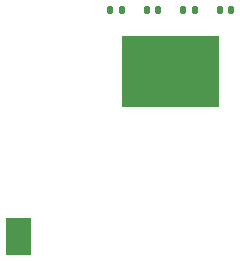
<source format=gbs>
G04 #@! TF.GenerationSoftware,KiCad,Pcbnew,8.0.8*
G04 #@! TF.CreationDate,2025-01-17T19:21:09-08:00*
G04 #@! TF.ProjectId,CA-53W backlight,43412d35-3357-4206-9261-636b6c696768,rev?*
G04 #@! TF.SameCoordinates,Original*
G04 #@! TF.FileFunction,Soldermask,Bot*
G04 #@! TF.FilePolarity,Negative*
%FSLAX46Y46*%
G04 Gerber Fmt 4.6, Leading zero omitted, Abs format (unit mm)*
G04 Created by KiCad (PCBNEW 8.0.8) date 2025-01-17 19:21:09*
%MOMM*%
%LPD*%
G01*
G04 APERTURE LIST*
G04 Aperture macros list*
%AMRoundRect*
0 Rectangle with rounded corners*
0 $1 Rounding radius*
0 $2 $3 $4 $5 $6 $7 $8 $9 X,Y pos of 4 corners*
0 Add a 4 corners polygon primitive as box body*
4,1,4,$2,$3,$4,$5,$6,$7,$8,$9,$2,$3,0*
0 Add four circle primitives for the rounded corners*
1,1,$1+$1,$2,$3*
1,1,$1+$1,$4,$5*
1,1,$1+$1,$6,$7*
1,1,$1+$1,$8,$9*
0 Add four rect primitives between the rounded corners*
20,1,$1+$1,$2,$3,$4,$5,0*
20,1,$1+$1,$4,$5,$6,$7,0*
20,1,$1+$1,$6,$7,$8,$9,0*
20,1,$1+$1,$8,$9,$2,$3,0*%
G04 Aperture macros list end*
%ADD10C,0.100000*%
%ADD11RoundRect,0.147500X0.147500X0.172500X-0.147500X0.172500X-0.147500X-0.172500X0.147500X-0.172500X0*%
G04 APERTURE END LIST*
D10*
X139651000Y-88553800D02*
X147779000Y-88553800D01*
X147779000Y-94522800D01*
X139651000Y-94522800D01*
X139651000Y-88553800D01*
G36*
X139651000Y-88553800D02*
G01*
X147779000Y-88553800D01*
X147779000Y-94522800D01*
X139651000Y-94522800D01*
X139651000Y-88553800D01*
G37*
X129872000Y-103997000D02*
X131904000Y-103997000D01*
X131904000Y-107045000D01*
X129872000Y-107045000D01*
X129872000Y-103997000D01*
G36*
X129872000Y-103997000D02*
G01*
X131904000Y-103997000D01*
X131904000Y-107045000D01*
X129872000Y-107045000D01*
X129872000Y-103997000D01*
G37*
D11*
X145816666Y-86344000D03*
X144846666Y-86344000D03*
X142726333Y-86344000D03*
X141756333Y-86344000D03*
X139636000Y-86344000D03*
X138666000Y-86344000D03*
X148907000Y-86344000D03*
X147937000Y-86344000D03*
M02*

</source>
